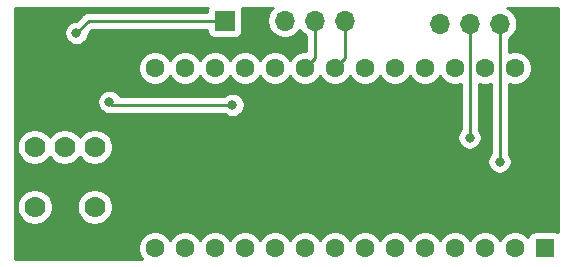
<source format=gbr>
G04 #@! TF.GenerationSoftware,KiCad,Pcbnew,(5.1.9-0-10_14)*
G04 #@! TF.CreationDate,2021-07-01T12:37:05-04:00*
G04 #@! TF.ProjectId,ebike_LED,6562696b-655f-44c4-9544-2e6b69636164,rev?*
G04 #@! TF.SameCoordinates,Original*
G04 #@! TF.FileFunction,Copper,L1,Top*
G04 #@! TF.FilePolarity,Positive*
%FSLAX46Y46*%
G04 Gerber Fmt 4.6, Leading zero omitted, Abs format (unit mm)*
G04 Created by KiCad (PCBNEW (5.1.9-0-10_14)) date 2021-07-01 12:37:05*
%MOMM*%
%LPD*%
G01*
G04 APERTURE LIST*
G04 #@! TA.AperFunction,ComponentPad*
%ADD10C,1.778000*%
G04 #@! TD*
G04 #@! TA.AperFunction,ComponentPad*
%ADD11O,1.700000X1.700000*%
G04 #@! TD*
G04 #@! TA.AperFunction,ComponentPad*
%ADD12R,1.700000X1.700000*%
G04 #@! TD*
G04 #@! TA.AperFunction,ComponentPad*
%ADD13R,1.600000X1.600000*%
G04 #@! TD*
G04 #@! TA.AperFunction,ComponentPad*
%ADD14C,1.600000*%
G04 #@! TD*
G04 #@! TA.AperFunction,ViaPad*
%ADD15C,0.800000*%
G04 #@! TD*
G04 #@! TA.AperFunction,Conductor*
%ADD16C,0.250000*%
G04 #@! TD*
G04 #@! TA.AperFunction,Conductor*
%ADD17C,0.254000*%
G04 #@! TD*
G04 #@! TA.AperFunction,Conductor*
%ADD18C,0.100000*%
G04 #@! TD*
G04 APERTURE END LIST*
D10*
X35325000Y-51818000D03*
X40405000Y-51818000D03*
X35325000Y-46738000D03*
X37865000Y-46738000D03*
X40405000Y-46738000D03*
D11*
X61595000Y-36040000D03*
X59055000Y-36040000D03*
X56515000Y-36040000D03*
X53975000Y-36040000D03*
D12*
X51435000Y-36040000D03*
D13*
X78530000Y-55290000D03*
D14*
X75990000Y-55290000D03*
X73450000Y-55290000D03*
X70910000Y-55290000D03*
X68370000Y-55290000D03*
X65830000Y-55290000D03*
X63290000Y-55290000D03*
X60750000Y-55290000D03*
X58210000Y-55290000D03*
X55670000Y-55290000D03*
X53130000Y-55290000D03*
X50590000Y-55290000D03*
X48050000Y-55290000D03*
X78530000Y-40050000D03*
X75990000Y-40050000D03*
X73450000Y-40050000D03*
X70910000Y-40050000D03*
X68370000Y-40050000D03*
X65830000Y-40050000D03*
X63290000Y-40050000D03*
X60750000Y-40050000D03*
X58210000Y-40050000D03*
X55670000Y-40050000D03*
X53130000Y-40050000D03*
X50590000Y-40050000D03*
X48050000Y-40050000D03*
X45510000Y-55290000D03*
X45510000Y-40050000D03*
D11*
X69621400Y-36296600D03*
X72161400Y-36296600D03*
X74701400Y-36296600D03*
D12*
X77241400Y-36296600D03*
D15*
X38862000Y-37084000D03*
X52070000Y-43180000D03*
X41656000Y-42926000D03*
X72161400Y-45948600D03*
X74701400Y-47980600D03*
D16*
X51435000Y-36040000D02*
X49304000Y-36040000D01*
X49304000Y-36040000D02*
X49276000Y-36068000D01*
X49304000Y-36040000D02*
X39906000Y-36040000D01*
X39906000Y-36040000D02*
X38862000Y-37084000D01*
X41910000Y-43180000D02*
X41656000Y-42926000D01*
X52070000Y-43180000D02*
X41910000Y-43180000D01*
X40895000Y-46738000D02*
X40405000Y-46738000D01*
X72324999Y-36460199D02*
X72161400Y-36296600D01*
X72161400Y-36296600D02*
X72161400Y-45948600D01*
X74575001Y-36422999D02*
X74701400Y-36296600D01*
X74701400Y-36296600D02*
X74701400Y-47980600D01*
X61595000Y-39205000D02*
X60750000Y-40050000D01*
X61595000Y-36040000D02*
X61595000Y-39205000D01*
X59055000Y-39205000D02*
X58210000Y-40050000D01*
X59055000Y-36040000D02*
X59055000Y-39205000D01*
D17*
X49959188Y-35065518D02*
X49946928Y-35190000D01*
X49946928Y-35280000D01*
X49341322Y-35280000D01*
X49304000Y-35276324D01*
X49266678Y-35280000D01*
X39943323Y-35280000D01*
X39906000Y-35276324D01*
X39868677Y-35280000D01*
X39868667Y-35280000D01*
X39757014Y-35290997D01*
X39613753Y-35334454D01*
X39481723Y-35405026D01*
X39398083Y-35473668D01*
X39365999Y-35499999D01*
X39342201Y-35528997D01*
X38822199Y-36049000D01*
X38760061Y-36049000D01*
X38560102Y-36088774D01*
X38371744Y-36166795D01*
X38202226Y-36280063D01*
X38058063Y-36424226D01*
X37944795Y-36593744D01*
X37866774Y-36782102D01*
X37827000Y-36982061D01*
X37827000Y-37185939D01*
X37866774Y-37385898D01*
X37944795Y-37574256D01*
X38058063Y-37743774D01*
X38202226Y-37887937D01*
X38371744Y-38001205D01*
X38560102Y-38079226D01*
X38760061Y-38119000D01*
X38963939Y-38119000D01*
X39163898Y-38079226D01*
X39352256Y-38001205D01*
X39521774Y-37887937D01*
X39665937Y-37743774D01*
X39779205Y-37574256D01*
X39857226Y-37385898D01*
X39897000Y-37185939D01*
X39897000Y-37123801D01*
X40220802Y-36800000D01*
X49070965Y-36800000D01*
X49127015Y-36817002D01*
X49276000Y-36831676D01*
X49424985Y-36817002D01*
X49481035Y-36800000D01*
X49946928Y-36800000D01*
X49946928Y-36890000D01*
X49959188Y-37014482D01*
X49995498Y-37134180D01*
X50054463Y-37244494D01*
X50133815Y-37341185D01*
X50230506Y-37420537D01*
X50340820Y-37479502D01*
X50460518Y-37515812D01*
X50585000Y-37528072D01*
X52285000Y-37528072D01*
X52409482Y-37515812D01*
X52529180Y-37479502D01*
X52639494Y-37420537D01*
X52736185Y-37341185D01*
X52815537Y-37244494D01*
X52874502Y-37134180D01*
X52910812Y-37014482D01*
X52923072Y-36890000D01*
X52923072Y-35190000D01*
X52910812Y-35065518D01*
X52875770Y-34950000D01*
X55504893Y-34950000D01*
X55361525Y-35093368D01*
X55199010Y-35336589D01*
X55087068Y-35606842D01*
X55030000Y-35893740D01*
X55030000Y-36186260D01*
X55087068Y-36473158D01*
X55199010Y-36743411D01*
X55361525Y-36986632D01*
X55568368Y-37193475D01*
X55811589Y-37355990D01*
X56081842Y-37467932D01*
X56368740Y-37525000D01*
X56661260Y-37525000D01*
X56948158Y-37467932D01*
X57218411Y-37355990D01*
X57461632Y-37193475D01*
X57668475Y-36986632D01*
X57785000Y-36812240D01*
X57901525Y-36986632D01*
X58108368Y-37193475D01*
X58295000Y-37318179D01*
X58295001Y-38615000D01*
X58068665Y-38615000D01*
X57791426Y-38670147D01*
X57530273Y-38778320D01*
X57295241Y-38935363D01*
X57095363Y-39135241D01*
X56940000Y-39367759D01*
X56784637Y-39135241D01*
X56584759Y-38935363D01*
X56349727Y-38778320D01*
X56088574Y-38670147D01*
X55811335Y-38615000D01*
X55528665Y-38615000D01*
X55251426Y-38670147D01*
X54990273Y-38778320D01*
X54755241Y-38935363D01*
X54555363Y-39135241D01*
X54400000Y-39367759D01*
X54244637Y-39135241D01*
X54044759Y-38935363D01*
X53809727Y-38778320D01*
X53548574Y-38670147D01*
X53271335Y-38615000D01*
X52988665Y-38615000D01*
X52711426Y-38670147D01*
X52450273Y-38778320D01*
X52215241Y-38935363D01*
X52015363Y-39135241D01*
X51860000Y-39367759D01*
X51704637Y-39135241D01*
X51504759Y-38935363D01*
X51269727Y-38778320D01*
X51008574Y-38670147D01*
X50731335Y-38615000D01*
X50448665Y-38615000D01*
X50171426Y-38670147D01*
X49910273Y-38778320D01*
X49675241Y-38935363D01*
X49475363Y-39135241D01*
X49320000Y-39367759D01*
X49164637Y-39135241D01*
X48964759Y-38935363D01*
X48729727Y-38778320D01*
X48468574Y-38670147D01*
X48191335Y-38615000D01*
X47908665Y-38615000D01*
X47631426Y-38670147D01*
X47370273Y-38778320D01*
X47135241Y-38935363D01*
X46935363Y-39135241D01*
X46780000Y-39367759D01*
X46624637Y-39135241D01*
X46424759Y-38935363D01*
X46189727Y-38778320D01*
X45928574Y-38670147D01*
X45651335Y-38615000D01*
X45368665Y-38615000D01*
X45091426Y-38670147D01*
X44830273Y-38778320D01*
X44595241Y-38935363D01*
X44395363Y-39135241D01*
X44238320Y-39370273D01*
X44130147Y-39631426D01*
X44075000Y-39908665D01*
X44075000Y-40191335D01*
X44130147Y-40468574D01*
X44238320Y-40729727D01*
X44395363Y-40964759D01*
X44595241Y-41164637D01*
X44830273Y-41321680D01*
X45091426Y-41429853D01*
X45368665Y-41485000D01*
X45651335Y-41485000D01*
X45928574Y-41429853D01*
X46189727Y-41321680D01*
X46424759Y-41164637D01*
X46624637Y-40964759D01*
X46780000Y-40732241D01*
X46935363Y-40964759D01*
X47135241Y-41164637D01*
X47370273Y-41321680D01*
X47631426Y-41429853D01*
X47908665Y-41485000D01*
X48191335Y-41485000D01*
X48468574Y-41429853D01*
X48729727Y-41321680D01*
X48964759Y-41164637D01*
X49164637Y-40964759D01*
X49320000Y-40732241D01*
X49475363Y-40964759D01*
X49675241Y-41164637D01*
X49910273Y-41321680D01*
X50171426Y-41429853D01*
X50448665Y-41485000D01*
X50731335Y-41485000D01*
X51008574Y-41429853D01*
X51269727Y-41321680D01*
X51504759Y-41164637D01*
X51704637Y-40964759D01*
X51860000Y-40732241D01*
X52015363Y-40964759D01*
X52215241Y-41164637D01*
X52450273Y-41321680D01*
X52711426Y-41429853D01*
X52988665Y-41485000D01*
X53271335Y-41485000D01*
X53548574Y-41429853D01*
X53809727Y-41321680D01*
X54044759Y-41164637D01*
X54244637Y-40964759D01*
X54400000Y-40732241D01*
X54555363Y-40964759D01*
X54755241Y-41164637D01*
X54990273Y-41321680D01*
X55251426Y-41429853D01*
X55528665Y-41485000D01*
X55811335Y-41485000D01*
X56088574Y-41429853D01*
X56349727Y-41321680D01*
X56584759Y-41164637D01*
X56784637Y-40964759D01*
X56940000Y-40732241D01*
X57095363Y-40964759D01*
X57295241Y-41164637D01*
X57530273Y-41321680D01*
X57791426Y-41429853D01*
X58068665Y-41485000D01*
X58351335Y-41485000D01*
X58628574Y-41429853D01*
X58889727Y-41321680D01*
X59124759Y-41164637D01*
X59324637Y-40964759D01*
X59480000Y-40732241D01*
X59635363Y-40964759D01*
X59835241Y-41164637D01*
X60070273Y-41321680D01*
X60331426Y-41429853D01*
X60608665Y-41485000D01*
X60891335Y-41485000D01*
X61168574Y-41429853D01*
X61429727Y-41321680D01*
X61664759Y-41164637D01*
X61864637Y-40964759D01*
X62020000Y-40732241D01*
X62175363Y-40964759D01*
X62375241Y-41164637D01*
X62610273Y-41321680D01*
X62871426Y-41429853D01*
X63148665Y-41485000D01*
X63431335Y-41485000D01*
X63708574Y-41429853D01*
X63969727Y-41321680D01*
X64204759Y-41164637D01*
X64404637Y-40964759D01*
X64560000Y-40732241D01*
X64715363Y-40964759D01*
X64915241Y-41164637D01*
X65150273Y-41321680D01*
X65411426Y-41429853D01*
X65688665Y-41485000D01*
X65971335Y-41485000D01*
X66248574Y-41429853D01*
X66509727Y-41321680D01*
X66744759Y-41164637D01*
X66944637Y-40964759D01*
X67100000Y-40732241D01*
X67255363Y-40964759D01*
X67455241Y-41164637D01*
X67690273Y-41321680D01*
X67951426Y-41429853D01*
X68228665Y-41485000D01*
X68511335Y-41485000D01*
X68788574Y-41429853D01*
X69049727Y-41321680D01*
X69284759Y-41164637D01*
X69484637Y-40964759D01*
X69640000Y-40732241D01*
X69795363Y-40964759D01*
X69995241Y-41164637D01*
X70230273Y-41321680D01*
X70491426Y-41429853D01*
X70768665Y-41485000D01*
X71051335Y-41485000D01*
X71328574Y-41429853D01*
X71401401Y-41399687D01*
X71401401Y-45244888D01*
X71357463Y-45288826D01*
X71244195Y-45458344D01*
X71166174Y-45646702D01*
X71126400Y-45846661D01*
X71126400Y-46050539D01*
X71166174Y-46250498D01*
X71244195Y-46438856D01*
X71357463Y-46608374D01*
X71501626Y-46752537D01*
X71671144Y-46865805D01*
X71859502Y-46943826D01*
X72059461Y-46983600D01*
X72263339Y-46983600D01*
X72463298Y-46943826D01*
X72651656Y-46865805D01*
X72821174Y-46752537D01*
X72965337Y-46608374D01*
X73078605Y-46438856D01*
X73156626Y-46250498D01*
X73196400Y-46050539D01*
X73196400Y-45846661D01*
X73156626Y-45646702D01*
X73078605Y-45458344D01*
X72965337Y-45288826D01*
X72921400Y-45244889D01*
X72921400Y-41384279D01*
X73031426Y-41429853D01*
X73308665Y-41485000D01*
X73591335Y-41485000D01*
X73868574Y-41429853D01*
X73941400Y-41399687D01*
X73941401Y-47276888D01*
X73897463Y-47320826D01*
X73784195Y-47490344D01*
X73706174Y-47678702D01*
X73666400Y-47878661D01*
X73666400Y-48082539D01*
X73706174Y-48282498D01*
X73784195Y-48470856D01*
X73897463Y-48640374D01*
X74041626Y-48784537D01*
X74211144Y-48897805D01*
X74399502Y-48975826D01*
X74599461Y-49015600D01*
X74803339Y-49015600D01*
X75003298Y-48975826D01*
X75191656Y-48897805D01*
X75361174Y-48784537D01*
X75505337Y-48640374D01*
X75618605Y-48470856D01*
X75696626Y-48282498D01*
X75736400Y-48082539D01*
X75736400Y-47878661D01*
X75696626Y-47678702D01*
X75618605Y-47490344D01*
X75505337Y-47320826D01*
X75461400Y-47276889D01*
X75461400Y-41384279D01*
X75571426Y-41429853D01*
X75848665Y-41485000D01*
X76131335Y-41485000D01*
X76408574Y-41429853D01*
X76669727Y-41321680D01*
X76904759Y-41164637D01*
X77104637Y-40964759D01*
X77261680Y-40729727D01*
X77369853Y-40468574D01*
X77425000Y-40191335D01*
X77425000Y-39908665D01*
X77369853Y-39631426D01*
X77261680Y-39370273D01*
X77104637Y-39135241D01*
X76904759Y-38935363D01*
X76669727Y-38778320D01*
X76408574Y-38670147D01*
X76131335Y-38615000D01*
X75848665Y-38615000D01*
X75571426Y-38670147D01*
X75461400Y-38715721D01*
X75461400Y-37574778D01*
X75648032Y-37450075D01*
X75854875Y-37243232D01*
X76017390Y-37000011D01*
X76129332Y-36729758D01*
X76186400Y-36442860D01*
X76186400Y-36150340D01*
X76129332Y-35863442D01*
X76017390Y-35593189D01*
X75854875Y-35349968D01*
X75648032Y-35143125D01*
X75404811Y-34980610D01*
X75330912Y-34950000D01*
X79610001Y-34950000D01*
X79610000Y-53919645D01*
X79574180Y-53900498D01*
X79454482Y-53864188D01*
X79330000Y-53851928D01*
X77730000Y-53851928D01*
X77605518Y-53864188D01*
X77485820Y-53900498D01*
X77375506Y-53959463D01*
X77278815Y-54038815D01*
X77199463Y-54135506D01*
X77140498Y-54245820D01*
X77104188Y-54365518D01*
X77103357Y-54373961D01*
X76904759Y-54175363D01*
X76669727Y-54018320D01*
X76408574Y-53910147D01*
X76131335Y-53855000D01*
X75848665Y-53855000D01*
X75571426Y-53910147D01*
X75310273Y-54018320D01*
X75075241Y-54175363D01*
X74875363Y-54375241D01*
X74720000Y-54607759D01*
X74564637Y-54375241D01*
X74364759Y-54175363D01*
X74129727Y-54018320D01*
X73868574Y-53910147D01*
X73591335Y-53855000D01*
X73308665Y-53855000D01*
X73031426Y-53910147D01*
X72770273Y-54018320D01*
X72535241Y-54175363D01*
X72335363Y-54375241D01*
X72180000Y-54607759D01*
X72024637Y-54375241D01*
X71824759Y-54175363D01*
X71589727Y-54018320D01*
X71328574Y-53910147D01*
X71051335Y-53855000D01*
X70768665Y-53855000D01*
X70491426Y-53910147D01*
X70230273Y-54018320D01*
X69995241Y-54175363D01*
X69795363Y-54375241D01*
X69640000Y-54607759D01*
X69484637Y-54375241D01*
X69284759Y-54175363D01*
X69049727Y-54018320D01*
X68788574Y-53910147D01*
X68511335Y-53855000D01*
X68228665Y-53855000D01*
X67951426Y-53910147D01*
X67690273Y-54018320D01*
X67455241Y-54175363D01*
X67255363Y-54375241D01*
X67100000Y-54607759D01*
X66944637Y-54375241D01*
X66744759Y-54175363D01*
X66509727Y-54018320D01*
X66248574Y-53910147D01*
X65971335Y-53855000D01*
X65688665Y-53855000D01*
X65411426Y-53910147D01*
X65150273Y-54018320D01*
X64915241Y-54175363D01*
X64715363Y-54375241D01*
X64560000Y-54607759D01*
X64404637Y-54375241D01*
X64204759Y-54175363D01*
X63969727Y-54018320D01*
X63708574Y-53910147D01*
X63431335Y-53855000D01*
X63148665Y-53855000D01*
X62871426Y-53910147D01*
X62610273Y-54018320D01*
X62375241Y-54175363D01*
X62175363Y-54375241D01*
X62020000Y-54607759D01*
X61864637Y-54375241D01*
X61664759Y-54175363D01*
X61429727Y-54018320D01*
X61168574Y-53910147D01*
X60891335Y-53855000D01*
X60608665Y-53855000D01*
X60331426Y-53910147D01*
X60070273Y-54018320D01*
X59835241Y-54175363D01*
X59635363Y-54375241D01*
X59480000Y-54607759D01*
X59324637Y-54375241D01*
X59124759Y-54175363D01*
X58889727Y-54018320D01*
X58628574Y-53910147D01*
X58351335Y-53855000D01*
X58068665Y-53855000D01*
X57791426Y-53910147D01*
X57530273Y-54018320D01*
X57295241Y-54175363D01*
X57095363Y-54375241D01*
X56940000Y-54607759D01*
X56784637Y-54375241D01*
X56584759Y-54175363D01*
X56349727Y-54018320D01*
X56088574Y-53910147D01*
X55811335Y-53855000D01*
X55528665Y-53855000D01*
X55251426Y-53910147D01*
X54990273Y-54018320D01*
X54755241Y-54175363D01*
X54555363Y-54375241D01*
X54400000Y-54607759D01*
X54244637Y-54375241D01*
X54044759Y-54175363D01*
X53809727Y-54018320D01*
X53548574Y-53910147D01*
X53271335Y-53855000D01*
X52988665Y-53855000D01*
X52711426Y-53910147D01*
X52450273Y-54018320D01*
X52215241Y-54175363D01*
X52015363Y-54375241D01*
X51860000Y-54607759D01*
X51704637Y-54375241D01*
X51504759Y-54175363D01*
X51269727Y-54018320D01*
X51008574Y-53910147D01*
X50731335Y-53855000D01*
X50448665Y-53855000D01*
X50171426Y-53910147D01*
X49910273Y-54018320D01*
X49675241Y-54175363D01*
X49475363Y-54375241D01*
X49320000Y-54607759D01*
X49164637Y-54375241D01*
X48964759Y-54175363D01*
X48729727Y-54018320D01*
X48468574Y-53910147D01*
X48191335Y-53855000D01*
X47908665Y-53855000D01*
X47631426Y-53910147D01*
X47370273Y-54018320D01*
X47135241Y-54175363D01*
X46935363Y-54375241D01*
X46780000Y-54607759D01*
X46624637Y-54375241D01*
X46424759Y-54175363D01*
X46189727Y-54018320D01*
X45928574Y-53910147D01*
X45651335Y-53855000D01*
X45368665Y-53855000D01*
X45091426Y-53910147D01*
X44830273Y-54018320D01*
X44595241Y-54175363D01*
X44395363Y-54375241D01*
X44238320Y-54610273D01*
X44130147Y-54871426D01*
X44075000Y-55148665D01*
X44075000Y-55431335D01*
X44130147Y-55708574D01*
X44238320Y-55969727D01*
X44395363Y-56204759D01*
X44426604Y-56236000D01*
X33680000Y-56236000D01*
X33680000Y-51667899D01*
X33801000Y-51667899D01*
X33801000Y-51968101D01*
X33859566Y-52262534D01*
X33974449Y-52539885D01*
X34141232Y-52789493D01*
X34353507Y-53001768D01*
X34603115Y-53168551D01*
X34880466Y-53283434D01*
X35174899Y-53342000D01*
X35475101Y-53342000D01*
X35769534Y-53283434D01*
X36046885Y-53168551D01*
X36296493Y-53001768D01*
X36508768Y-52789493D01*
X36675551Y-52539885D01*
X36790434Y-52262534D01*
X36849000Y-51968101D01*
X36849000Y-51667899D01*
X38881000Y-51667899D01*
X38881000Y-51968101D01*
X38939566Y-52262534D01*
X39054449Y-52539885D01*
X39221232Y-52789493D01*
X39433507Y-53001768D01*
X39683115Y-53168551D01*
X39960466Y-53283434D01*
X40254899Y-53342000D01*
X40555101Y-53342000D01*
X40849534Y-53283434D01*
X41126885Y-53168551D01*
X41376493Y-53001768D01*
X41588768Y-52789493D01*
X41755551Y-52539885D01*
X41870434Y-52262534D01*
X41929000Y-51968101D01*
X41929000Y-51667899D01*
X41870434Y-51373466D01*
X41755551Y-51096115D01*
X41588768Y-50846507D01*
X41376493Y-50634232D01*
X41126885Y-50467449D01*
X40849534Y-50352566D01*
X40555101Y-50294000D01*
X40254899Y-50294000D01*
X39960466Y-50352566D01*
X39683115Y-50467449D01*
X39433507Y-50634232D01*
X39221232Y-50846507D01*
X39054449Y-51096115D01*
X38939566Y-51373466D01*
X38881000Y-51667899D01*
X36849000Y-51667899D01*
X36790434Y-51373466D01*
X36675551Y-51096115D01*
X36508768Y-50846507D01*
X36296493Y-50634232D01*
X36046885Y-50467449D01*
X35769534Y-50352566D01*
X35475101Y-50294000D01*
X35174899Y-50294000D01*
X34880466Y-50352566D01*
X34603115Y-50467449D01*
X34353507Y-50634232D01*
X34141232Y-50846507D01*
X33974449Y-51096115D01*
X33859566Y-51373466D01*
X33801000Y-51667899D01*
X33680000Y-51667899D01*
X33680000Y-46587899D01*
X33801000Y-46587899D01*
X33801000Y-46888101D01*
X33859566Y-47182534D01*
X33974449Y-47459885D01*
X34141232Y-47709493D01*
X34353507Y-47921768D01*
X34603115Y-48088551D01*
X34880466Y-48203434D01*
X35174899Y-48262000D01*
X35475101Y-48262000D01*
X35769534Y-48203434D01*
X36046885Y-48088551D01*
X36296493Y-47921768D01*
X36508768Y-47709493D01*
X36595000Y-47580438D01*
X36681232Y-47709493D01*
X36893507Y-47921768D01*
X37143115Y-48088551D01*
X37420466Y-48203434D01*
X37714899Y-48262000D01*
X38015101Y-48262000D01*
X38309534Y-48203434D01*
X38586885Y-48088551D01*
X38836493Y-47921768D01*
X39048768Y-47709493D01*
X39135000Y-47580438D01*
X39221232Y-47709493D01*
X39433507Y-47921768D01*
X39683115Y-48088551D01*
X39960466Y-48203434D01*
X40254899Y-48262000D01*
X40555101Y-48262000D01*
X40849534Y-48203434D01*
X41126885Y-48088551D01*
X41376493Y-47921768D01*
X41588768Y-47709493D01*
X41755551Y-47459885D01*
X41870434Y-47182534D01*
X41929000Y-46888101D01*
X41929000Y-46587899D01*
X41870434Y-46293466D01*
X41755551Y-46016115D01*
X41588768Y-45766507D01*
X41376493Y-45554232D01*
X41126885Y-45387449D01*
X40849534Y-45272566D01*
X40555101Y-45214000D01*
X40254899Y-45214000D01*
X39960466Y-45272566D01*
X39683115Y-45387449D01*
X39433507Y-45554232D01*
X39221232Y-45766507D01*
X39135000Y-45895562D01*
X39048768Y-45766507D01*
X38836493Y-45554232D01*
X38586885Y-45387449D01*
X38309534Y-45272566D01*
X38015101Y-45214000D01*
X37714899Y-45214000D01*
X37420466Y-45272566D01*
X37143115Y-45387449D01*
X36893507Y-45554232D01*
X36681232Y-45766507D01*
X36595000Y-45895562D01*
X36508768Y-45766507D01*
X36296493Y-45554232D01*
X36046885Y-45387449D01*
X35769534Y-45272566D01*
X35475101Y-45214000D01*
X35174899Y-45214000D01*
X34880466Y-45272566D01*
X34603115Y-45387449D01*
X34353507Y-45554232D01*
X34141232Y-45766507D01*
X33974449Y-46016115D01*
X33859566Y-46293466D01*
X33801000Y-46587899D01*
X33680000Y-46587899D01*
X33680000Y-42824061D01*
X40621000Y-42824061D01*
X40621000Y-43027939D01*
X40660774Y-43227898D01*
X40738795Y-43416256D01*
X40852063Y-43585774D01*
X40996226Y-43729937D01*
X41165744Y-43843205D01*
X41354102Y-43921226D01*
X41554061Y-43961000D01*
X41757939Y-43961000D01*
X41866545Y-43939397D01*
X41872667Y-43940000D01*
X41872676Y-43940000D01*
X41909999Y-43943676D01*
X41947322Y-43940000D01*
X51366289Y-43940000D01*
X51410226Y-43983937D01*
X51579744Y-44097205D01*
X51768102Y-44175226D01*
X51968061Y-44215000D01*
X52171939Y-44215000D01*
X52371898Y-44175226D01*
X52560256Y-44097205D01*
X52729774Y-43983937D01*
X52873937Y-43839774D01*
X52987205Y-43670256D01*
X53065226Y-43481898D01*
X53105000Y-43281939D01*
X53105000Y-43078061D01*
X53065226Y-42878102D01*
X52987205Y-42689744D01*
X52873937Y-42520226D01*
X52729774Y-42376063D01*
X52560256Y-42262795D01*
X52371898Y-42184774D01*
X52171939Y-42145000D01*
X51968061Y-42145000D01*
X51768102Y-42184774D01*
X51579744Y-42262795D01*
X51410226Y-42376063D01*
X51366289Y-42420000D01*
X42562685Y-42420000D01*
X42459937Y-42266226D01*
X42315774Y-42122063D01*
X42146256Y-42008795D01*
X41957898Y-41930774D01*
X41757939Y-41891000D01*
X41554061Y-41891000D01*
X41354102Y-41930774D01*
X41165744Y-42008795D01*
X40996226Y-42122063D01*
X40852063Y-42266226D01*
X40738795Y-42435744D01*
X40660774Y-42624102D01*
X40621000Y-42824061D01*
X33680000Y-42824061D01*
X33680000Y-34950000D01*
X49994230Y-34950000D01*
X49959188Y-35065518D01*
G04 #@! TA.AperFunction,Conductor*
D18*
G36*
X49959188Y-35065518D02*
G01*
X49946928Y-35190000D01*
X49946928Y-35280000D01*
X49341322Y-35280000D01*
X49304000Y-35276324D01*
X49266678Y-35280000D01*
X39943323Y-35280000D01*
X39906000Y-35276324D01*
X39868677Y-35280000D01*
X39868667Y-35280000D01*
X39757014Y-35290997D01*
X39613753Y-35334454D01*
X39481723Y-35405026D01*
X39398083Y-35473668D01*
X39365999Y-35499999D01*
X39342201Y-35528997D01*
X38822199Y-36049000D01*
X38760061Y-36049000D01*
X38560102Y-36088774D01*
X38371744Y-36166795D01*
X38202226Y-36280063D01*
X38058063Y-36424226D01*
X37944795Y-36593744D01*
X37866774Y-36782102D01*
X37827000Y-36982061D01*
X37827000Y-37185939D01*
X37866774Y-37385898D01*
X37944795Y-37574256D01*
X38058063Y-37743774D01*
X38202226Y-37887937D01*
X38371744Y-38001205D01*
X38560102Y-38079226D01*
X38760061Y-38119000D01*
X38963939Y-38119000D01*
X39163898Y-38079226D01*
X39352256Y-38001205D01*
X39521774Y-37887937D01*
X39665937Y-37743774D01*
X39779205Y-37574256D01*
X39857226Y-37385898D01*
X39897000Y-37185939D01*
X39897000Y-37123801D01*
X40220802Y-36800000D01*
X49070965Y-36800000D01*
X49127015Y-36817002D01*
X49276000Y-36831676D01*
X49424985Y-36817002D01*
X49481035Y-36800000D01*
X49946928Y-36800000D01*
X49946928Y-36890000D01*
X49959188Y-37014482D01*
X49995498Y-37134180D01*
X50054463Y-37244494D01*
X50133815Y-37341185D01*
X50230506Y-37420537D01*
X50340820Y-37479502D01*
X50460518Y-37515812D01*
X50585000Y-37528072D01*
X52285000Y-37528072D01*
X52409482Y-37515812D01*
X52529180Y-37479502D01*
X52639494Y-37420537D01*
X52736185Y-37341185D01*
X52815537Y-37244494D01*
X52874502Y-37134180D01*
X52910812Y-37014482D01*
X52923072Y-36890000D01*
X52923072Y-35190000D01*
X52910812Y-35065518D01*
X52875770Y-34950000D01*
X55504893Y-34950000D01*
X55361525Y-35093368D01*
X55199010Y-35336589D01*
X55087068Y-35606842D01*
X55030000Y-35893740D01*
X55030000Y-36186260D01*
X55087068Y-36473158D01*
X55199010Y-36743411D01*
X55361525Y-36986632D01*
X55568368Y-37193475D01*
X55811589Y-37355990D01*
X56081842Y-37467932D01*
X56368740Y-37525000D01*
X56661260Y-37525000D01*
X56948158Y-37467932D01*
X57218411Y-37355990D01*
X57461632Y-37193475D01*
X57668475Y-36986632D01*
X57785000Y-36812240D01*
X57901525Y-36986632D01*
X58108368Y-37193475D01*
X58295000Y-37318179D01*
X58295001Y-38615000D01*
X58068665Y-38615000D01*
X57791426Y-38670147D01*
X57530273Y-38778320D01*
X57295241Y-38935363D01*
X57095363Y-39135241D01*
X56940000Y-39367759D01*
X56784637Y-39135241D01*
X56584759Y-38935363D01*
X56349727Y-38778320D01*
X56088574Y-38670147D01*
X55811335Y-38615000D01*
X55528665Y-38615000D01*
X55251426Y-38670147D01*
X54990273Y-38778320D01*
X54755241Y-38935363D01*
X54555363Y-39135241D01*
X54400000Y-39367759D01*
X54244637Y-39135241D01*
X54044759Y-38935363D01*
X53809727Y-38778320D01*
X53548574Y-38670147D01*
X53271335Y-38615000D01*
X52988665Y-38615000D01*
X52711426Y-38670147D01*
X52450273Y-38778320D01*
X52215241Y-38935363D01*
X52015363Y-39135241D01*
X51860000Y-39367759D01*
X51704637Y-39135241D01*
X51504759Y-38935363D01*
X51269727Y-38778320D01*
X51008574Y-38670147D01*
X50731335Y-38615000D01*
X50448665Y-38615000D01*
X50171426Y-38670147D01*
X49910273Y-38778320D01*
X49675241Y-38935363D01*
X49475363Y-39135241D01*
X49320000Y-39367759D01*
X49164637Y-39135241D01*
X48964759Y-38935363D01*
X48729727Y-38778320D01*
X48468574Y-38670147D01*
X48191335Y-38615000D01*
X47908665Y-38615000D01*
X47631426Y-38670147D01*
X47370273Y-38778320D01*
X47135241Y-38935363D01*
X46935363Y-39135241D01*
X46780000Y-39367759D01*
X46624637Y-39135241D01*
X46424759Y-38935363D01*
X46189727Y-38778320D01*
X45928574Y-38670147D01*
X45651335Y-38615000D01*
X45368665Y-38615000D01*
X45091426Y-38670147D01*
X44830273Y-38778320D01*
X44595241Y-38935363D01*
X44395363Y-39135241D01*
X44238320Y-39370273D01*
X44130147Y-39631426D01*
X44075000Y-39908665D01*
X44075000Y-40191335D01*
X44130147Y-40468574D01*
X44238320Y-40729727D01*
X44395363Y-40964759D01*
X44595241Y-41164637D01*
X44830273Y-41321680D01*
X45091426Y-41429853D01*
X45368665Y-41485000D01*
X45651335Y-41485000D01*
X45928574Y-41429853D01*
X46189727Y-41321680D01*
X46424759Y-41164637D01*
X46624637Y-40964759D01*
X46780000Y-40732241D01*
X46935363Y-40964759D01*
X47135241Y-41164637D01*
X47370273Y-41321680D01*
X47631426Y-41429853D01*
X47908665Y-41485000D01*
X48191335Y-41485000D01*
X48468574Y-41429853D01*
X48729727Y-41321680D01*
X48964759Y-41164637D01*
X49164637Y-40964759D01*
X49320000Y-40732241D01*
X49475363Y-40964759D01*
X49675241Y-41164637D01*
X49910273Y-41321680D01*
X50171426Y-41429853D01*
X50448665Y-41485000D01*
X50731335Y-41485000D01*
X51008574Y-41429853D01*
X51269727Y-41321680D01*
X51504759Y-41164637D01*
X51704637Y-40964759D01*
X51860000Y-40732241D01*
X52015363Y-40964759D01*
X52215241Y-41164637D01*
X52450273Y-41321680D01*
X52711426Y-41429853D01*
X52988665Y-41485000D01*
X53271335Y-41485000D01*
X53548574Y-41429853D01*
X53809727Y-41321680D01*
X54044759Y-41164637D01*
X54244637Y-40964759D01*
X54400000Y-40732241D01*
X54555363Y-40964759D01*
X54755241Y-41164637D01*
X54990273Y-41321680D01*
X55251426Y-41429853D01*
X55528665Y-41485000D01*
X55811335Y-41485000D01*
X56088574Y-41429853D01*
X56349727Y-41321680D01*
X56584759Y-41164637D01*
X56784637Y-40964759D01*
X56940000Y-40732241D01*
X57095363Y-40964759D01*
X57295241Y-41164637D01*
X57530273Y-41321680D01*
X57791426Y-41429853D01*
X58068665Y-41485000D01*
X58351335Y-41485000D01*
X58628574Y-41429853D01*
X58889727Y-41321680D01*
X59124759Y-41164637D01*
X59324637Y-40964759D01*
X59480000Y-40732241D01*
X59635363Y-40964759D01*
X59835241Y-41164637D01*
X60070273Y-41321680D01*
X60331426Y-41429853D01*
X60608665Y-41485000D01*
X60891335Y-41485000D01*
X61168574Y-41429853D01*
X61429727Y-41321680D01*
X61664759Y-41164637D01*
X61864637Y-40964759D01*
X62020000Y-40732241D01*
X62175363Y-40964759D01*
X62375241Y-41164637D01*
X62610273Y-41321680D01*
X62871426Y-41429853D01*
X63148665Y-41485000D01*
X63431335Y-41485000D01*
X63708574Y-41429853D01*
X63969727Y-41321680D01*
X64204759Y-41164637D01*
X64404637Y-40964759D01*
X64560000Y-40732241D01*
X64715363Y-40964759D01*
X64915241Y-41164637D01*
X65150273Y-41321680D01*
X65411426Y-41429853D01*
X65688665Y-41485000D01*
X65971335Y-41485000D01*
X66248574Y-41429853D01*
X66509727Y-41321680D01*
X66744759Y-41164637D01*
X66944637Y-40964759D01*
X67100000Y-40732241D01*
X67255363Y-40964759D01*
X67455241Y-41164637D01*
X67690273Y-41321680D01*
X67951426Y-41429853D01*
X68228665Y-41485000D01*
X68511335Y-41485000D01*
X68788574Y-41429853D01*
X69049727Y-41321680D01*
X69284759Y-41164637D01*
X69484637Y-40964759D01*
X69640000Y-40732241D01*
X69795363Y-40964759D01*
X69995241Y-41164637D01*
X70230273Y-41321680D01*
X70491426Y-41429853D01*
X70768665Y-41485000D01*
X71051335Y-41485000D01*
X71328574Y-41429853D01*
X71401401Y-41399687D01*
X71401401Y-45244888D01*
X71357463Y-45288826D01*
X71244195Y-45458344D01*
X71166174Y-45646702D01*
X71126400Y-45846661D01*
X71126400Y-46050539D01*
X71166174Y-46250498D01*
X71244195Y-46438856D01*
X71357463Y-46608374D01*
X71501626Y-46752537D01*
X71671144Y-46865805D01*
X71859502Y-46943826D01*
X72059461Y-46983600D01*
X72263339Y-46983600D01*
X72463298Y-46943826D01*
X72651656Y-46865805D01*
X72821174Y-46752537D01*
X72965337Y-46608374D01*
X73078605Y-46438856D01*
X73156626Y-46250498D01*
X73196400Y-46050539D01*
X73196400Y-45846661D01*
X73156626Y-45646702D01*
X73078605Y-45458344D01*
X72965337Y-45288826D01*
X72921400Y-45244889D01*
X72921400Y-41384279D01*
X73031426Y-41429853D01*
X73308665Y-41485000D01*
X73591335Y-41485000D01*
X73868574Y-41429853D01*
X73941400Y-41399687D01*
X73941401Y-47276888D01*
X73897463Y-47320826D01*
X73784195Y-47490344D01*
X73706174Y-47678702D01*
X73666400Y-47878661D01*
X73666400Y-48082539D01*
X73706174Y-48282498D01*
X73784195Y-48470856D01*
X73897463Y-48640374D01*
X74041626Y-48784537D01*
X74211144Y-48897805D01*
X74399502Y-48975826D01*
X74599461Y-49015600D01*
X74803339Y-49015600D01*
X75003298Y-48975826D01*
X75191656Y-48897805D01*
X75361174Y-48784537D01*
X75505337Y-48640374D01*
X75618605Y-48470856D01*
X75696626Y-48282498D01*
X75736400Y-48082539D01*
X75736400Y-47878661D01*
X75696626Y-47678702D01*
X75618605Y-47490344D01*
X75505337Y-47320826D01*
X75461400Y-47276889D01*
X75461400Y-41384279D01*
X75571426Y-41429853D01*
X75848665Y-41485000D01*
X76131335Y-41485000D01*
X76408574Y-41429853D01*
X76669727Y-41321680D01*
X76904759Y-41164637D01*
X77104637Y-40964759D01*
X77261680Y-40729727D01*
X77369853Y-40468574D01*
X77425000Y-40191335D01*
X77425000Y-39908665D01*
X77369853Y-39631426D01*
X77261680Y-39370273D01*
X77104637Y-39135241D01*
X76904759Y-38935363D01*
X76669727Y-38778320D01*
X76408574Y-38670147D01*
X76131335Y-38615000D01*
X75848665Y-38615000D01*
X75571426Y-38670147D01*
X75461400Y-38715721D01*
X75461400Y-37574778D01*
X75648032Y-37450075D01*
X75854875Y-37243232D01*
X76017390Y-37000011D01*
X76129332Y-36729758D01*
X76186400Y-36442860D01*
X76186400Y-36150340D01*
X76129332Y-35863442D01*
X76017390Y-35593189D01*
X75854875Y-35349968D01*
X75648032Y-35143125D01*
X75404811Y-34980610D01*
X75330912Y-34950000D01*
X79610001Y-34950000D01*
X79610000Y-53919645D01*
X79574180Y-53900498D01*
X79454482Y-53864188D01*
X79330000Y-53851928D01*
X77730000Y-53851928D01*
X77605518Y-53864188D01*
X77485820Y-53900498D01*
X77375506Y-53959463D01*
X77278815Y-54038815D01*
X77199463Y-54135506D01*
X77140498Y-54245820D01*
X77104188Y-54365518D01*
X77103357Y-54373961D01*
X76904759Y-54175363D01*
X76669727Y-54018320D01*
X76408574Y-53910147D01*
X76131335Y-53855000D01*
X75848665Y-53855000D01*
X75571426Y-53910147D01*
X75310273Y-54018320D01*
X75075241Y-54175363D01*
X74875363Y-54375241D01*
X74720000Y-54607759D01*
X74564637Y-54375241D01*
X74364759Y-54175363D01*
X74129727Y-54018320D01*
X73868574Y-53910147D01*
X73591335Y-53855000D01*
X73308665Y-53855000D01*
X73031426Y-53910147D01*
X72770273Y-54018320D01*
X72535241Y-54175363D01*
X72335363Y-54375241D01*
X72180000Y-54607759D01*
X72024637Y-54375241D01*
X71824759Y-54175363D01*
X71589727Y-54018320D01*
X71328574Y-53910147D01*
X71051335Y-53855000D01*
X70768665Y-53855000D01*
X70491426Y-53910147D01*
X70230273Y-54018320D01*
X69995241Y-54175363D01*
X69795363Y-54375241D01*
X69640000Y-54607759D01*
X69484637Y-54375241D01*
X69284759Y-54175363D01*
X69049727Y-54018320D01*
X68788574Y-53910147D01*
X68511335Y-53855000D01*
X68228665Y-53855000D01*
X67951426Y-53910147D01*
X67690273Y-54018320D01*
X67455241Y-54175363D01*
X67255363Y-54375241D01*
X67100000Y-54607759D01*
X66944637Y-54375241D01*
X66744759Y-54175363D01*
X66509727Y-54018320D01*
X66248574Y-53910147D01*
X65971335Y-53855000D01*
X65688665Y-53855000D01*
X65411426Y-53910147D01*
X65150273Y-54018320D01*
X64915241Y-54175363D01*
X64715363Y-54375241D01*
X64560000Y-54607759D01*
X64404637Y-54375241D01*
X64204759Y-54175363D01*
X63969727Y-54018320D01*
X63708574Y-53910147D01*
X63431335Y-53855000D01*
X63148665Y-53855000D01*
X62871426Y-53910147D01*
X62610273Y-54018320D01*
X62375241Y-54175363D01*
X62175363Y-54375241D01*
X62020000Y-54607759D01*
X61864637Y-54375241D01*
X61664759Y-54175363D01*
X61429727Y-54018320D01*
X61168574Y-53910147D01*
X60891335Y-53855000D01*
X60608665Y-53855000D01*
X60331426Y-53910147D01*
X60070273Y-54018320D01*
X59835241Y-54175363D01*
X59635363Y-54375241D01*
X59480000Y-54607759D01*
X59324637Y-54375241D01*
X59124759Y-54175363D01*
X58889727Y-54018320D01*
X58628574Y-53910147D01*
X58351335Y-53855000D01*
X58068665Y-53855000D01*
X57791426Y-53910147D01*
X57530273Y-54018320D01*
X57295241Y-54175363D01*
X57095363Y-54375241D01*
X56940000Y-54607759D01*
X56784637Y-54375241D01*
X56584759Y-54175363D01*
X56349727Y-54018320D01*
X56088574Y-53910147D01*
X55811335Y-53855000D01*
X55528665Y-53855000D01*
X55251426Y-53910147D01*
X54990273Y-54018320D01*
X54755241Y-54175363D01*
X54555363Y-54375241D01*
X54400000Y-54607759D01*
X54244637Y-54375241D01*
X54044759Y-54175363D01*
X53809727Y-54018320D01*
X53548574Y-53910147D01*
X53271335Y-53855000D01*
X52988665Y-53855000D01*
X52711426Y-53910147D01*
X52450273Y-54018320D01*
X52215241Y-54175363D01*
X52015363Y-54375241D01*
X51860000Y-54607759D01*
X51704637Y-54375241D01*
X51504759Y-54175363D01*
X51269727Y-54018320D01*
X51008574Y-53910147D01*
X50731335Y-53855000D01*
X50448665Y-53855000D01*
X50171426Y-53910147D01*
X49910273Y-54018320D01*
X49675241Y-54175363D01*
X49475363Y-54375241D01*
X49320000Y-54607759D01*
X49164637Y-54375241D01*
X48964759Y-54175363D01*
X48729727Y-54018320D01*
X48468574Y-53910147D01*
X48191335Y-53855000D01*
X47908665Y-53855000D01*
X47631426Y-53910147D01*
X47370273Y-54018320D01*
X47135241Y-54175363D01*
X46935363Y-54375241D01*
X46780000Y-54607759D01*
X46624637Y-54375241D01*
X46424759Y-54175363D01*
X46189727Y-54018320D01*
X45928574Y-53910147D01*
X45651335Y-53855000D01*
X45368665Y-53855000D01*
X45091426Y-53910147D01*
X44830273Y-54018320D01*
X44595241Y-54175363D01*
X44395363Y-54375241D01*
X44238320Y-54610273D01*
X44130147Y-54871426D01*
X44075000Y-55148665D01*
X44075000Y-55431335D01*
X44130147Y-55708574D01*
X44238320Y-55969727D01*
X44395363Y-56204759D01*
X44426604Y-56236000D01*
X33680000Y-56236000D01*
X33680000Y-51667899D01*
X33801000Y-51667899D01*
X33801000Y-51968101D01*
X33859566Y-52262534D01*
X33974449Y-52539885D01*
X34141232Y-52789493D01*
X34353507Y-53001768D01*
X34603115Y-53168551D01*
X34880466Y-53283434D01*
X35174899Y-53342000D01*
X35475101Y-53342000D01*
X35769534Y-53283434D01*
X36046885Y-53168551D01*
X36296493Y-53001768D01*
X36508768Y-52789493D01*
X36675551Y-52539885D01*
X36790434Y-52262534D01*
X36849000Y-51968101D01*
X36849000Y-51667899D01*
X38881000Y-51667899D01*
X38881000Y-51968101D01*
X38939566Y-52262534D01*
X39054449Y-52539885D01*
X39221232Y-52789493D01*
X39433507Y-53001768D01*
X39683115Y-53168551D01*
X39960466Y-53283434D01*
X40254899Y-53342000D01*
X40555101Y-53342000D01*
X40849534Y-53283434D01*
X41126885Y-53168551D01*
X41376493Y-53001768D01*
X41588768Y-52789493D01*
X41755551Y-52539885D01*
X41870434Y-52262534D01*
X41929000Y-51968101D01*
X41929000Y-51667899D01*
X41870434Y-51373466D01*
X41755551Y-51096115D01*
X41588768Y-50846507D01*
X41376493Y-50634232D01*
X41126885Y-50467449D01*
X40849534Y-50352566D01*
X40555101Y-50294000D01*
X40254899Y-50294000D01*
X39960466Y-50352566D01*
X39683115Y-50467449D01*
X39433507Y-50634232D01*
X39221232Y-50846507D01*
X39054449Y-51096115D01*
X38939566Y-51373466D01*
X38881000Y-51667899D01*
X36849000Y-51667899D01*
X36790434Y-51373466D01*
X36675551Y-51096115D01*
X36508768Y-50846507D01*
X36296493Y-50634232D01*
X36046885Y-50467449D01*
X35769534Y-50352566D01*
X35475101Y-50294000D01*
X35174899Y-50294000D01*
X34880466Y-50352566D01*
X34603115Y-50467449D01*
X34353507Y-50634232D01*
X34141232Y-50846507D01*
X33974449Y-51096115D01*
X33859566Y-51373466D01*
X33801000Y-51667899D01*
X33680000Y-51667899D01*
X33680000Y-46587899D01*
X33801000Y-46587899D01*
X33801000Y-46888101D01*
X33859566Y-47182534D01*
X33974449Y-47459885D01*
X34141232Y-47709493D01*
X34353507Y-47921768D01*
X34603115Y-48088551D01*
X34880466Y-48203434D01*
X35174899Y-48262000D01*
X35475101Y-48262000D01*
X35769534Y-48203434D01*
X36046885Y-48088551D01*
X36296493Y-47921768D01*
X36508768Y-47709493D01*
X36595000Y-47580438D01*
X36681232Y-47709493D01*
X36893507Y-47921768D01*
X37143115Y-48088551D01*
X37420466Y-48203434D01*
X37714899Y-48262000D01*
X38015101Y-48262000D01*
X38309534Y-48203434D01*
X38586885Y-48088551D01*
X38836493Y-47921768D01*
X39048768Y-47709493D01*
X39135000Y-47580438D01*
X39221232Y-47709493D01*
X39433507Y-47921768D01*
X39683115Y-48088551D01*
X39960466Y-48203434D01*
X40254899Y-48262000D01*
X40555101Y-48262000D01*
X40849534Y-48203434D01*
X41126885Y-48088551D01*
X41376493Y-47921768D01*
X41588768Y-47709493D01*
X41755551Y-47459885D01*
X41870434Y-47182534D01*
X41929000Y-46888101D01*
X41929000Y-46587899D01*
X41870434Y-46293466D01*
X41755551Y-46016115D01*
X41588768Y-45766507D01*
X41376493Y-45554232D01*
X41126885Y-45387449D01*
X40849534Y-45272566D01*
X40555101Y-45214000D01*
X40254899Y-45214000D01*
X39960466Y-45272566D01*
X39683115Y-45387449D01*
X39433507Y-45554232D01*
X39221232Y-45766507D01*
X39135000Y-45895562D01*
X39048768Y-45766507D01*
X38836493Y-45554232D01*
X38586885Y-45387449D01*
X38309534Y-45272566D01*
X38015101Y-45214000D01*
X37714899Y-45214000D01*
X37420466Y-45272566D01*
X37143115Y-45387449D01*
X36893507Y-45554232D01*
X36681232Y-45766507D01*
X36595000Y-45895562D01*
X36508768Y-45766507D01*
X36296493Y-45554232D01*
X36046885Y-45387449D01*
X35769534Y-45272566D01*
X35475101Y-45214000D01*
X35174899Y-45214000D01*
X34880466Y-45272566D01*
X34603115Y-45387449D01*
X34353507Y-45554232D01*
X34141232Y-45766507D01*
X33974449Y-46016115D01*
X33859566Y-46293466D01*
X33801000Y-46587899D01*
X33680000Y-46587899D01*
X33680000Y-42824061D01*
X40621000Y-42824061D01*
X40621000Y-43027939D01*
X40660774Y-43227898D01*
X40738795Y-43416256D01*
X40852063Y-43585774D01*
X40996226Y-43729937D01*
X41165744Y-43843205D01*
X41354102Y-43921226D01*
X41554061Y-43961000D01*
X41757939Y-43961000D01*
X41866545Y-43939397D01*
X41872667Y-43940000D01*
X41872676Y-43940000D01*
X41909999Y-43943676D01*
X41947322Y-43940000D01*
X51366289Y-43940000D01*
X51410226Y-43983937D01*
X51579744Y-44097205D01*
X51768102Y-44175226D01*
X51968061Y-44215000D01*
X52171939Y-44215000D01*
X52371898Y-44175226D01*
X52560256Y-44097205D01*
X52729774Y-43983937D01*
X52873937Y-43839774D01*
X52987205Y-43670256D01*
X53065226Y-43481898D01*
X53105000Y-43281939D01*
X53105000Y-43078061D01*
X53065226Y-42878102D01*
X52987205Y-42689744D01*
X52873937Y-42520226D01*
X52729774Y-42376063D01*
X52560256Y-42262795D01*
X52371898Y-42184774D01*
X52171939Y-42145000D01*
X51968061Y-42145000D01*
X51768102Y-42184774D01*
X51579744Y-42262795D01*
X51410226Y-42376063D01*
X51366289Y-42420000D01*
X42562685Y-42420000D01*
X42459937Y-42266226D01*
X42315774Y-42122063D01*
X42146256Y-42008795D01*
X41957898Y-41930774D01*
X41757939Y-41891000D01*
X41554061Y-41891000D01*
X41354102Y-41930774D01*
X41165744Y-42008795D01*
X40996226Y-42122063D01*
X40852063Y-42266226D01*
X40738795Y-42435744D01*
X40660774Y-42624102D01*
X40621000Y-42824061D01*
X33680000Y-42824061D01*
X33680000Y-34950000D01*
X49994230Y-34950000D01*
X49959188Y-35065518D01*
G37*
G04 #@! TD.AperFunction*
M02*

</source>
